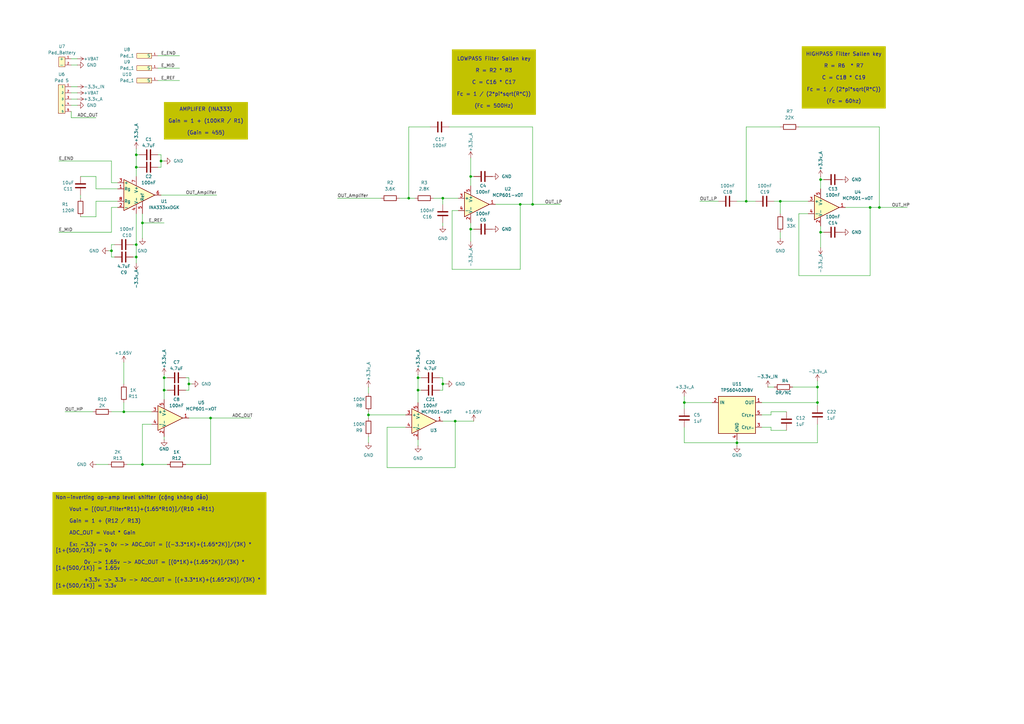
<source format=kicad_sch>
(kicad_sch (version 20231120) (generator "eeschema") (generator_version "8.0")
  (paper "A3")
  (title_block (title "MYOBAND_EMG"))
  (lib_symbols
    (symbol "Amplifier_Instrumentation:INA333xxDGK" (pin_names (offset 0.127))
      (property "Reference" "U" (at 3.81 3.175 0))
      (property "Value" "INA333xxDGK" (at 3.81 -3.175 0))
      (symbol "INA333xxDGK_0_1"
        (polyline (pts (xy 7.62 0) (xy -5.08 6.35) (xy -5.08 -6.35) (xy 7.62 0)) (stroke (width 0.254)) (fill (type background)))
      )
      (symbol "INA333xxDGK_1_1"
        (pin passive line (at -7.62 2.54 0) (length 2.54) (name "Rg") (number "1"))
        (pin input line (at -7.62 -5.08 0) (length 2.54) (name "-") (number "2"))
        (pin input line (at -7.62 5.08 0) (length 2.54) (name "+") (number "3"))
        (pin power_in line (at 0 -7.62 90) (length 3.81) (name "V-") (number "4"))
        (pin input line (at 2.54 -7.62 90) (length 5.08) (name "Ref") (number "5"))
        (pin output line (at 10.16 0 180) (length 2.54) (name "~") (number "6"))
        (pin power_in line (at 0 7.62 270) (length 3.81) (name "V+") (number "7"))
        (pin passive line (at -7.62 -2.54 0) (length 2.54) (name "Rg") (number "8"))
      )
    )
    (symbol "Amplifier_Operational:MCP601-xOT" (pin_names (offset 0.127))
      (property "Reference" "U" (at -1.27 6.35 0))
      (property "Value" "MCP601-xOT" (at -1.27 3.81 0))
      (symbol "MCP601-xOT_0_1"
        (polyline (pts (xy -5.08 5.08) (xy 5.08 0) (xy -5.08 -5.08) (xy -5.08 5.08)) (stroke (width 0.254)) (fill (type background)))
        (pin power_in line (at -2.54 -7.62 90) (length 3.81) (name "V-") (number "2"))
        (pin power_in line (at -2.54 7.62 270) (length 3.81) (name "V+") (number "5"))
      )
      (symbol "MCP601-xOT_1_1"
        (pin output line (at 7.62 0 180) (length 2.54) (name "~") (number "1"))
        (pin input line (at -7.62 2.54 0) (length 2.54) (name "+") (number "3"))
        (pin input line (at -7.62 -2.54 0) (length 2.54) (name "-") (number "4"))
      )
    )
    (symbol "Device:C" (pin_numbers hide) (pin_names (offset 0.254))
      (property "Reference" "C" (at 0.635 2.54 0))
      (property "Value" "C" (at 0.635 -2.54 0))
      (symbol "C_0_1"
        (polyline (pts (xy -2.032 -0.762) (xy 2.032 -0.762)) (stroke (width 0.508)))
        (polyline (pts (xy -2.032 0.762) (xy 2.032 0.762)) (stroke (width 0.508)))
      )
      (symbol "C_1_1"
        (pin passive line (at 0 3.81 270) (length 2.794) (name "~") (number "1"))
        (pin passive line (at 0 -3.81 90) (length 2.794) (name "~") (number "2"))
      )
    )
    (symbol "Device:R" (pin_numbers hide) (pin_names (offset 0))
      (property "Reference" "R" (at 2.032 0 90))
      (property "Value" "R" (at 0 0 90))
      (symbol "R_0_1"
        (rectangle (start -1.016 -2.54) (end 1.016 2.54) (stroke (width 0.254)))
      )
      (symbol "R_1_1"
        (pin passive line (at 0 3.81 270) (length 1.27) (name "~") (number "1"))
        (pin passive line (at 0 -3.81 90) (length 1.27) (name "~") (number "2"))
      )
    )
    (symbol "Pad:Pad_1"
      (property "Reference" "U" (at 0 2.54 0))
      (property "Value" "Pad_1" (at 0.254 -2.286 0))
      (symbol "Pad_1_1_1"
        (rectangle (start -2.286 1.016) (end 3.81 -1.016) (fill (type background)))
        (pin output line (at 6.35 0 180) (length 2.54) (name "S") (number "1"))
      )
    )
    (symbol "Pad:Pad_5"
      (property "Reference" "U" (at 0 7.62 0))
      (property "Value" "Pad 5" (at 0.254 -6.858 0))
      (symbol "Pad_5_1_1"
        (rectangle (start -1.524 5.842) (end 1.27 -5.842) (fill (type background)))
        (pin bidirectional line (at 3.81 5.08 180) (length 2.54) (name "1") (number "1"))
        (pin bidirectional line (at 3.81 2.54 180) (length 2.54) (name "2") (number "2"))
        (pin bidirectional line (at 3.81 0 180) (length 2.54) (name "3") (number "3"))
        (pin bidirectional line (at 3.81 -2.54 180) (length 2.54) (name "4") (number "4"))
        (pin bidirectional line (at 3.81 -5.08 180) (length 2.54) (name "5") (number "5"))
      )
    )
    (symbol "Pad:Pad_Battery"
      (property "Reference" "U" (at 0 3.556 0))
      (property "Value" "Pad_Battery" (at 0.254 -3.556 0))
      (symbol "Pad_Battery_1_1"
        (rectangle (start -1.27 2.032) (end 1.27 -2.032) (fill (type background)))
        (pin input line (at 3.81 1.27 180) (length 2.54) (name "+") (number "1"))
        (pin input line (at 3.81 -1.27 180) (length 2.54) (name "-") (number "2"))
      )
    )
    (symbol "Regulator_SwitchedCapacitor:TPS60402DBV"
      (property "Reference" "U" (at 6.35 8.89 0))
      (property "Value" "TPS60402DBV" (at 7.62 -8.89 0))
      (symbol "TPS60402DBV_1_1"
        (rectangle (start -7.62 7.62) (end 7.62 -7.62) (stroke (width 0.254)) (fill (type background)))
        (pin power_out line (at 10.16 5.08 180) (length 2.54) (name "OUT") (number "1"))
        (pin power_in line (at -10.16 5.08 0) (length 2.54) (name "IN") (number "2"))
        (pin passive line (at 10.16 -5.08 180) (length 2.54) (name "C_{FLY-}") (number "3"))
        (pin power_in line (at 0 -10.16 90) (length 2.54) (name "GND") (number "4"))
        (pin passive line (at 10.16 0 180) (length 2.54) (name "C_{FLY+}") (number "5"))
      )
    )
    (symbol "power:+3V3" (power) (pin_numbers hide) (pin_names (offset 0) hide)
      (property "Value" "+3V3" (at 0 3.556 0))
      (symbol "+3V3_0_1"
        (polyline (pts (xy -0.762 1.27) (xy 0 2.54)))
        (polyline (pts (xy 0 0) (xy 0 2.54)))
        (polyline (pts (xy 0 2.54) (xy 0.762 1.27)))
      )
      (symbol "+3V3_1_1"
        (pin power_in line (at 0 0 90) (length 0) (name "~") (number "1"))
      )
    )
    (symbol "power:GND" (power) (pin_numbers hide) (pin_names (offset 0) hide)
      (property "Value" "GND" (at 0 -3.81 0))
      (symbol "GND_0_1"
        (polyline (pts (xy 0 0) (xy 0 -1.27) (xy 1.27 -1.27) (xy 0 -2.54) (xy -1.27 -1.27) (xy 0 -1.27)))
      )
      (symbol "GND_1_1"
        (pin power_in line (at 0 0 270) (length 0) (name "~") (number "1"))
      )
    )
    (symbol "power:VAA" (power) (pin_numbers hide) (pin_names (offset 0) hide)
      (property "Value" "VAA" (at 0 3.556 0))
      (symbol "VAA_0_1"
        (polyline (pts (xy -0.762 1.27) (xy 0 2.54)))
        (polyline (pts (xy 0 0) (xy 0 2.54)))
        (polyline (pts (xy 0 2.54) (xy 0.762 1.27)))
      )
      (symbol "VAA_1_1"
        (pin power_in line (at 0 0 90) (length 0) (name "~") (number "1"))
      )
    )
    (symbol "power:VBUS" (power) (pin_numbers hide) (pin_names (offset 0) hide)
      (property "Value" "VBUS" (at 0 3.556 0))
      (symbol "VBUS_0_1"
        (polyline (pts (xy -0.762 1.27) (xy 0 2.54)))
        (polyline (pts (xy 0 0) (xy 0 2.54)))
        (polyline (pts (xy 0 2.54) (xy 0.762 1.27)))
      )
      (symbol "VBUS_1_1"
        (pin power_in line (at 0 0 90) (length 0) (name "~") (number "1"))
      )
    )
  )
  (junction (at 306.07 82.55))
  (junction (at 167.64 81.28))
  (junction (at 58.42 190.5))
  (junction (at 55.88 100.33))
  (junction (at 335.28 165.1))
  (junction (at 67.31 154.94))
  (junction (at 335.28 158.75))
  (junction (at 193.04 93.98))
  (junction (at 193.04 72.39))
  (junction (at 67.31 160.02))
  (junction (at 336.55 95.25))
  (junction (at 186.69 172.72))
  (junction (at 86.36 171.45))
  (junction (at 151.13 170.18))
  (junction (at 50.8 168.91))
  (junction (at 181.61 157.48))
  (junction (at 213.36 83.82))
  (junction (at 58.42 91.44))
  (junction (at 55.88 63.5))
  (junction (at 218.44 83.82))
  (junction (at 77.47 157.48))
  (junction (at 181.61 81.28))
  (junction (at 55.88 105.41))
  (junction (at 66.04 66.04))
  (junction (at 171.45 154.94))
  (junction (at 360.68 85.09))
  (junction (at 45.72 102.87))
  (junction (at 55.88 68.58))
  (junction (at 336.55 73.66))
  (junction (at 302.26 181.61))
  (junction (at 320.04 82.55))
  (junction (at 171.45 160.02))
  (junction (at 356.87 85.09))
  (junction (at 280.67 165.1))
  (wire (pts (xy 218.44 83.82) (xy 229.87 83.82)))
  (wire (pts (xy 218.44 52.07) (xy 218.44 83.82)))
  (wire (pts (xy 336.55 73.66) (xy 337.82 73.66)))
  (wire (pts (xy 55.88 87.63) (xy 55.88 100.33)))
  (wire (pts (xy 45.72 105.41) (xy 45.72 102.87)))
  (wire (pts (xy 185.42 110.49) (xy 213.36 110.49)))
  (wire (pts (xy 158.75 191.77) (xy 186.69 191.77)))
  (wire (pts (xy 180.34 154.94) (xy 181.61 154.94)))
  (wire (pts (xy 151.13 179.07) (xy 151.13 181.61)))
  (wire (pts (xy 177.8 81.28) (xy 181.61 81.28)))
  (wire (pts (xy 193.04 93.98) (xy 193.04 99.06)))
  (wire (pts (xy 24.13 95.25) (xy 45.72 95.25)))
  (wire (pts (xy 302.26 181.61) (xy 302.26 182.88)))
  (wire (pts (xy 336.55 72.39) (xy 336.55 73.66)))
  (wire (pts (xy 306.07 52.07) (xy 306.07 82.55)))
  (wire (pts (xy 356.87 85.09) (xy 346.71 85.09)))
  (wire (pts (xy 138.43 81.28) (xy 156.21 81.28)))
  (wire (pts (xy 55.88 68.58) (xy 55.88 72.39)))
  (wire (pts (xy 213.36 110.49) (xy 213.36 83.82)))
  (wire (pts (xy 86.36 190.5) (xy 86.36 171.45)))
  (wire (pts (xy 302.26 82.55) (xy 306.07 82.55)))
  (wire (pts (xy 45.72 85.09) (xy 45.72 95.25)))
  (wire (pts (xy 171.45 154.94) (xy 171.45 160.02)))
  (wire (pts (xy 151.13 158.75) (xy 151.13 161.29)))
  (wire (pts (xy 193.04 64.77) (xy 193.04 72.39)))
  (wire (pts (xy 29.21 35.56) (xy 31.75 35.56)))
  (wire (pts (xy 181.61 81.28) (xy 187.96 81.28)))
  (wire (pts (xy 312.42 170.18) (xy 316.23 170.18)))
  (wire (pts (xy 45.72 74.93) (xy 45.72 66.04)))
  (wire (pts (xy 64.77 27.94) (xy 73.66 27.94)))
  (wire (pts (xy 280.67 165.1) (xy 280.67 167.64)))
  (wire (pts (xy 280.67 165.1) (xy 292.1 165.1)))
  (wire (pts (xy 58.42 190.5) (xy 52.07 190.5)))
  (wire (pts (xy 335.28 156.21) (xy 335.28 158.75)))
  (wire (pts (xy 171.45 160.02) (xy 171.45 165.1)))
  (wire (pts (xy 320.04 95.25) (xy 320.04 97.79)))
  (wire (pts (xy 46.99 100.33) (xy 45.72 100.33)))
  (wire (pts (xy 184.15 52.07) (xy 218.44 52.07)))
  (wire (pts (xy 360.68 52.07) (xy 360.68 85.09)))
  (wire (pts (xy 171.45 154.94) (xy 172.72 154.94)))
  (wire (pts (xy 55.88 63.5) (xy 57.15 63.5)))
  (wire (pts (xy 76.2 190.5) (xy 86.36 190.5)))
  (wire (pts (xy 327.66 87.63) (xy 327.66 113.03)))
  (wire (pts (xy 26.67 168.91) (xy 38.1 168.91)))
  (wire (pts (xy 58.42 91.44) (xy 67.31 91.44)))
  (wire (pts (xy 181.61 154.94) (xy 181.61 157.48)))
  (wire (pts (xy 167.64 81.28) (xy 170.18 81.28)))
  (wire (pts (xy 306.07 82.55) (xy 309.88 82.55)))
  (wire (pts (xy 287.02 82.55) (xy 294.64 82.55)))
  (wire (pts (xy 76.2 160.02) (xy 77.47 160.02)))
  (wire (pts (xy 280.67 181.61) (xy 302.26 181.61)))
  (wire (pts (xy 312.42 175.26) (xy 316.23 175.26)))
  (wire (pts (xy 77.47 160.02) (xy 77.47 157.48)))
  (wire (pts (xy 151.13 168.91) (xy 151.13 170.18)))
  (wire (pts (xy 55.88 105.41) (xy 55.88 107.95)))
  (wire (pts (xy 29.21 24.13) (xy 31.75 24.13)))
  (wire (pts (xy 327.66 52.07) (xy 360.68 52.07)))
  (wire (pts (xy 58.42 173.99) (xy 58.42 190.5)))
  (wire (pts (xy 316.23 168.91) (xy 322.58 168.91)))
  (wire (pts (xy 58.42 173.99) (xy 62.23 173.99)))
  (wire (pts (xy 66.04 80.01) (xy 88.9 80.01)))
  (wire (pts (xy 193.04 91.44) (xy 193.04 93.98)))
  (wire (pts (xy 312.42 165.1) (xy 335.28 165.1)))
  (wire (pts (xy 45.72 102.87) (xy 44.45 102.87)))
  (wire (pts (xy 336.55 95.25) (xy 337.82 95.25)))
  (wire (pts (xy 29.21 38.1) (xy 31.75 38.1)))
  (wire (pts (xy 68.58 190.5) (xy 58.42 190.5)))
  (wire (pts (xy 39.37 82.55) (xy 48.26 82.55)))
  (wire (pts (xy 166.37 175.26) (xy 158.75 175.26)))
  (wire (pts (xy 181.61 91.44) (xy 181.61 92.71)))
  (wire (pts (xy 316.23 176.53) (xy 322.58 176.53)))
  (wire (pts (xy 50.8 168.91) (xy 62.23 168.91)))
  (wire (pts (xy 50.8 148.59) (xy 50.8 157.48)))
  (wire (pts (xy 33.02 88.9) (xy 39.37 88.9)))
  (wire (pts (xy 187.96 86.36) (xy 185.42 86.36)))
  (wire (pts (xy 29.21 48.26) (xy 29.21 45.72)))
  (wire (pts (xy 29.21 26.67) (xy 31.75 26.67)))
  (wire (pts (xy 331.47 87.63) (xy 327.66 87.63)))
  (wire (pts (xy 64.77 63.5) (xy 66.04 63.5)))
  (wire (pts (xy 280.67 175.26) (xy 280.67 181.61)))
  (wire (pts (xy 181.61 160.02) (xy 181.61 157.48)))
  (wire (pts (xy 64.77 22.86) (xy 73.66 22.86)))
  (wire (pts (xy 171.45 153.67) (xy 171.45 154.94)))
  (wire (pts (xy 29.21 43.18) (xy 31.75 43.18)))
  (wire (pts (xy 55.88 105.41) (xy 54.61 105.41)))
  (wire (pts (xy 186.69 191.77) (xy 186.69 172.72)))
  (wire (pts (xy 325.12 158.75) (xy 335.28 158.75)))
  (wire (pts (xy 317.5 158.75) (xy 314.96 158.75)))
  (wire (pts (xy 64.77 33.02) (xy 73.66 33.02)))
  (wire (pts (xy 335.28 173.99) (xy 335.28 181.61)))
  (wire (pts (xy 320.04 82.55) (xy 320.04 87.63)))
  (wire (pts (xy 180.34 160.02) (xy 181.61 160.02)))
  (wire (pts (xy 55.88 68.58) (xy 57.15 68.58)))
  (wire (pts (xy 39.37 72.39) (xy 33.02 72.39)))
  (wire (pts (xy 77.47 157.48) (xy 78.74 157.48)))
  (wire (pts (xy 29.21 40.64) (xy 31.75 40.64)))
  (wire (pts (xy 181.61 157.48) (xy 182.88 157.48)))
  (wire (pts (xy 86.36 171.45) (xy 102.87 171.45)))
  (wire (pts (xy 158.75 175.26) (xy 158.75 191.77)))
  (wire (pts (xy 167.64 52.07) (xy 167.64 81.28)))
  (wire (pts (xy 171.45 180.34) (xy 171.45 182.88)))
  (wire (pts (xy 77.47 154.94) (xy 77.47 157.48)))
  (wire (pts (xy 39.37 88.9) (xy 39.37 82.55)))
  (wire (pts (xy 316.23 175.26) (xy 316.23 176.53)))
  (wire (pts (xy 55.88 63.5) (xy 55.88 68.58)))
  (wire (pts (xy 67.31 160.02) (xy 67.31 163.83)))
  (wire (pts (xy 356.87 113.03) (xy 356.87 85.09)))
  (wire (pts (xy 320.04 52.07) (xy 306.07 52.07)))
  (wire (pts (xy 45.72 100.33) (xy 45.72 102.87)))
  (wire (pts (xy 77.47 171.45) (xy 86.36 171.45)))
  (wire (pts (xy 316.23 170.18) (xy 316.23 168.91)))
  (wire (pts (xy 58.42 91.44) (xy 58.42 97.79)))
  (wire (pts (xy 176.53 52.07) (xy 167.64 52.07)))
  (wire (pts (xy 336.55 95.25) (xy 336.55 101.6)))
  (wire (pts (xy 302.26 181.61) (xy 335.28 181.61)))
  (wire (pts (xy 302.26 180.34) (xy 302.26 181.61)))
  (wire (pts (xy 280.67 162.56) (xy 280.67 165.1)))
  (wire (pts (xy 171.45 160.02) (xy 172.72 160.02)))
  (wire (pts (xy 66.04 66.04) (xy 67.31 66.04)))
  (wire (pts (xy 151.13 170.18) (xy 166.37 170.18)))
  (wire (pts (xy 335.28 166.37) (xy 335.28 165.1)))
  (wire (pts (xy 181.61 83.82) (xy 181.61 81.28)))
  (wire (pts (xy 335.28 158.75) (xy 335.28 165.1)))
  (wire (pts (xy 336.55 92.71) (xy 336.55 95.25)))
  (wire (pts (xy 193.04 72.39) (xy 193.04 76.2)))
  (wire (pts (xy 185.42 86.36) (xy 185.42 110.49)))
  (wire (pts (xy 193.04 93.98) (xy 194.31 93.98)))
  (wire (pts (xy 45.72 168.91) (xy 50.8 168.91)))
  (wire (pts (xy 320.04 82.55) (xy 331.47 82.55)))
  (wire (pts (xy 55.88 100.33) (xy 54.61 100.33)))
  (wire (pts (xy 151.13 170.18) (xy 151.13 171.45)))
  (wire (pts (xy 327.66 113.03) (xy 356.87 113.03)))
  (wire (pts (xy 213.36 83.82) (xy 203.2 83.82)))
  (wire (pts (xy 76.2 154.94) (xy 77.47 154.94)))
  (wire (pts (xy 163.83 81.28) (xy 167.64 81.28)))
  (wire (pts (xy 356.87 85.09) (xy 360.68 85.09)))
  (wire (pts (xy 50.8 168.91) (xy 50.8 165.1)))
  (wire (pts (xy 33.02 80.01) (xy 33.02 81.28)))
  (wire (pts (xy 55.88 60.96) (xy 55.88 63.5)))
  (wire (pts (xy 48.26 77.47) (xy 39.37 77.47)))
  (wire (pts (xy 336.55 73.66) (xy 336.55 77.47)))
  (wire (pts (xy 67.31 179.07) (xy 67.31 180.34)))
  (wire (pts (xy 29.21 48.26) (xy 39.37 48.26)))
  (wire (pts (xy 44.45 190.5) (xy 39.37 190.5)))
  (wire (pts (xy 317.5 82.55) (xy 320.04 82.55)))
  (wire (pts (xy 67.31 154.94) (xy 68.58 154.94)))
  (wire (pts (xy 181.61 172.72) (xy 186.69 172.72)))
  (wire (pts (xy 58.42 87.63) (xy 58.42 91.44)))
  (wire (pts (xy 39.37 77.47) (xy 39.37 72.39)))
  (wire (pts (xy 67.31 160.02) (xy 68.58 160.02)))
  (wire (pts (xy 24.13 66.04) (xy 45.72 66.04)))
  (wire (pts (xy 186.69 172.72) (xy 194.31 172.72)))
  (wire (pts (xy 67.31 153.67) (xy 67.31 154.94)))
  (wire (pts (xy 55.88 105.41) (xy 55.88 100.33)))
  (wire (pts (xy 66.04 63.5) (xy 66.04 66.04)))
  (wire (pts (xy 360.68 85.09) (xy 372.11 85.09)))
  (wire (pts (xy 45.72 74.93) (xy 48.26 74.93)))
  (wire (pts (xy 45.72 85.09) (xy 48.26 85.09)))
  (wire (pts (xy 64.77 68.58) (xy 66.04 68.58)))
  (wire (pts (xy 193.04 72.39) (xy 194.31 72.39)))
  (wire (pts (xy 46.99 105.41) (xy 45.72 105.41)))
  (wire (pts (xy 66.04 68.58) (xy 66.04 66.04)))
  (wire (pts (xy 67.31 154.94) (xy 67.31 160.02)))
  (wire (pts (xy 213.36 83.82) (xy 218.44 83.82)))
  (text_box "HIGHPASS Filter Sallen key \n\nR = R6  * R7 \n\nC = C18 * C19  \n\nFc = 1 / (2*pi*sqrt(R*C))\n\n(Fc = 60hz)\n" (at 328.93 19.05 0) (size 34.29 25.4) (stroke (width 0) (color 194 194 0 1)) (fill (type color) (color 194 194 0 1)) (effects (font (size 1.5 1.5) (thickness 0.1875))))
  (text_box "Non-inverting op-amp level shifter (cộng không đảo)\n\n	Vout = [(OUT_Filter*R11)+(1.65*R10)]/(R10 +R11) \n\n	Gain = 1 + (R12 / R13)\n\n	ADC_OUT = Vout * Gain \n\n	Ex: -3.3v -> 0v -> ADC_OUT = [(-3.3*1K)+(1.65*2K)]/(3K) * [1+(500/1K)] = 0v	\n		   \n		0v -> 1.65v -> ADC_OUT = [(0*1K)+(1.65*2K)]/(3K) * [1+(500/1K)] = 1.65v\n		\n		+3.3v -> 3.3v -> ADC_OUT = [(+3.3*1K)+(1.65*2K)]/(3K) * [1+(500/1K)] = 3.3v" (at 21.59 201.93 0) (size 87.63 41.91) (stroke (width 0) (color 194 194 0 1)) (fill (type color) (color 194 194 0 1)) (effects (font (size 1.5 1.5) (thickness 0.1875)) (justify left top)))
  (text_box "LOWPASS Filter Sallen key \n\nR = R2 * R3 \n\nC = C16 * C17 \n\nFc = 1 / (2*pi*sqrt(R*C))\n\n(Fc = 500Hz)\n" (at 185.42 20.32 0) (size 34.29 26.67) (stroke (width 0) (color 194 194 0 1)) (fill (type color) (color 194 194 0 1)) (effects (font (size 1.5 1.5) (thickness 0.1875))))
  (text_box "AMPLIFER (INA333)\n\nGain = 1 + (100KR / R1)\n\n(Gain = 455)" (at 67.31 41.91 0) (size 34.29 15.24) (stroke (width 0) (color 194 194 0 1)) (fill (type color) (color 194 194 0 1)) (effects (font (size 1.5 1.5) (thickness 0.1875))))
  (label "ADC_OUT" (at 95.25 171.45 0))
  (label "OUT_LP" (at 287.02 82.55 0))
  (label "E_REF" (at 66.04 33.02 0))
  (label "OUT_Amplifer" (at 76.2 80.01 0))
  (label "E_END" (at 66.04 22.86 0))
  (label "OUT_HP" (at 365.76 85.09 0))
  (label "E_REF" (at 60.96 91.44 0))
  (label "OUT_LP" (at 223.52 83.82 0))
  (label "OUT_Amplifer" (at 138.43 81.28 0))
  (label "E_MID" (at 66.04 27.94 0))
  (label "ADC_OUT" (at 31.75 48.26 0))
  (label "OUT_HP" (at 26.67 168.91 0))
  (label "E_MID" (at 24.13 95.25 0))
  (label "E_END" (at 24.13 66.04 0))
  (symbol (lib_id "Device:C") (at 181.61 87.63 180) (unit 1)
    (property "Reference" "C16" (at 175.26 88.9 0))
    (property "Value" "100nF" (at 175.26 86.36 0))
    (property "Footprint" "Capacitor_SMD:C_0402_1005Metric" (effects (hide yes)))
    (property "Description" "Unpolarized capacitor" (effects (hide yes)))
  )
  (symbol (lib_id "power:VAA") (at 31.75 24.13 270) (unit 1)
    (property "Reference" "#PWR035" (effects (hide yes)))
    (property "Value" "+VBAT" (at 34.29 24.13 90) (effects (justify left)))
    (property "Description" "Power symbol creates a global label with name \"VAA\"" (effects (hide yes)))
  )
  (symbol (lib_id "power:GND") (at 320.04 97.79 0) (unit 1)
    (property "Reference" "#PWR019" (effects (hide yes)))
    (property "Value" "GND" (at 320.04 102.87 0))
    (property "Description" "Power symbol creates a global label with name \"GND\" , ground" (effects (hide yes)))
  )
  (symbol (lib_id "Pad:Pad_1") (at 58.42 22.86 0) (unit 1)
    (property "Reference" "U8" (at 52.07 20.32 0))
    (property "Value" "Pad_1" (at 52.07 22.86 0))
    (property "Footprint" "Pad:Pad 1" (effects (hide yes)))
  )
  (symbol (lib_id "Regulator_SwitchedCapacitor:TPS60402DBV") (at 302.26 170.18 0) (unit 1)
    (property "Reference" "U11" (at 302.26 157.48 0))
    (property "Value" "TPS60402DBV" (at 302.26 160.02 0))
    (property "Footprint" "Package_TO_SOT_SMD:SOT-23-5" (effects (hide yes)))
    (property "Datasheet" "https://www.ti.com/lit/ds/symlink/tps60401.pdf" (effects (hide yes)))
    (property "Description" "Unregulated 60-mA Charge Pump Voltage Inverter with Fixed Switching Frequency 50 kHz, SOT-23-5" (effects (hide yes)))
  )
  (symbol (lib_id "Amplifier_Instrumentation:INA333xxDGK") (at 55.88 80.01 0) (unit 1)
    (property "Reference" "U1" (at 67.31 82.55 0))
    (property "Value" "INA333xxDGK" (at 67.31 85.09 0))
    (property "Footprint" "Package_SO:VSSOP-8_3x3mm_P0.65mm" (effects (hide yes)))
    (property "Datasheet" "https://www.ti.com/lit/ds/symlink/ina333.pdf" (effects (hide yes)))
    (property "Description" "Zero Drift, Micropower Instrumentation Amplifier G = 1 + 100kOhm/Rg, VSSOP-8" (effects (hide yes)))
  )
  (symbol (lib_id "Device:R") (at 160.02 81.28 90) (unit 1)
    (property "Reference" "R2" (at 160.02 74.93 90))
    (property "Value" "3.6K" (at 160.02 77.47 90))
    (property "Footprint" "Resistor_SMD:R_0402_1005Metric" (effects (hide yes)))
    (property "Description" "Resistor" (effects (hide yes)))
  )
  (symbol (lib_id "Device:C") (at 298.45 82.55 270) (unit 1)
    (property "Reference" "C18" (at 298.45 78.74 90))
    (property "Value" "100nF" (at 298.45 76.2 90))
    (property "Footprint" "Capacitor_SMD:C_0402_1005Metric" (effects (hide yes)))
    (property "Description" "Unpolarized capacitor" (effects (hide yes)))
  )
  (symbol (lib_id "power:GND") (at 171.45 182.88 0) (unit 1)
    (property "Reference" "#PWR023" (effects (hide yes)))
    (property "Value" "GND" (at 171.45 187.96 0))
    (property "Description" "Power symbol creates a global label with name \"GND\" , ground" (effects (hide yes)))
  )
  (symbol (lib_id "Device:R") (at 48.26 190.5 270) (unit 1)
    (property "Reference" "R13" (at 48.26 187.96 90))
    (property "Value" "2K" (at 48.26 185.42 90))
    (property "Footprint" "Resistor_SMD:R_0402_1005Metric" (effects (hide yes)))
    (property "Description" "Resistor" (effects (hide yes)))
  )
  (symbol (lib_id "power:GND") (at 182.88 157.48 90) (unit 1)
    (property "Reference" "#PWR026" (effects (hide yes)))
    (property "Value" "GND" (at 186.69 157.4799 90) (effects (justify right)))
    (property "Description" "Power symbol creates a global label with name \"GND\" , ground" (effects (hide yes)))
  )
  (symbol (lib_id "Device:C") (at 60.96 68.58 90) (unit 1)
    (property "Reference" "C2" (at 60.96 72.39 90))
    (property "Value" "100nF" (at 60.96 74.93 90))
    (property "Footprint" "Capacitor_SMD:C_0402_1005Metric" (effects (hide yes)))
    (property "Description" "Unpolarized capacitor" (effects (hide yes)))
  )
  (symbol (lib_id "power:+3V3") (at 336.55 101.6 180) (unit 1)
    (property "Reference" "#PWR015" (effects (hide yes)))
    (property "Value" "-3.3v_A" (at 336.55 104.14 90) (effects (justify left)))
    (property "Description" "Power symbol creates a global label with name \"+3V3\"" (effects (hide yes)))
  )
  (symbol (lib_id "Device:C") (at 341.63 73.66 90) (unit 1)
    (property "Reference" "C13" (at 341.63 77.47 90))
    (property "Value" "100nF" (at 341.63 80.01 90))
    (property "Footprint" "Capacitor_SMD:C_0402_1005Metric" (effects (hide yes)))
    (property "Description" "Unpolarized capacitor" (effects (hide yes)))
  )
  (symbol (lib_id "Pad:Pad_1") (at 58.42 33.02 0) (unit 1)
    (property "Reference" "U10" (at 52.07 30.48 0))
    (property "Value" "Pad_1" (at 52.07 33.02 0))
    (property "Footprint" "Pad:Pad 1" (effects (hide yes)))
  )
  (symbol (lib_id "power:+3V3") (at 194.31 172.72 0) (unit 1)
    (property "Reference" "#PWR024" (effects (hide yes)))
    (property "Value" "+1.65V" (at 190.5 168.91 0) (effects (justify left)))
    (property "Description" "Power symbol creates a global label with name \"+3V3\"" (effects (hide yes)))
  )
  (symbol (lib_id "power:GND") (at 78.74 157.48 90) (unit 1)
    (property "Reference" "#PWR021" (effects (hide yes)))
    (property "Value" "GND" (at 82.55 157.4799 90) (effects (justify right)))
    (property "Description" "Power symbol creates a global label with name \"GND\" , ground" (effects (hide yes)))
  )
  (symbol (lib_id "Amplifier_Operational:MCP601-xOT") (at 173.99 172.72 0) (unit 1)
    (property "Reference" "U3" (at 177.8 176.53 0))
    (property "Value" "MCP601-xOT" (at 179.07 168.91 0))
    (property "Footprint" "Package_TO_SOT_SMD:SOT-23-5_HandSoldering" (effects (hide yes)))
    (property "Datasheet" "http://ww1.microchip.com/downloads/en/DeviceDoc/21314g.pdf" (effects (hide yes)))
    (property "Description" "Single 2.7V to 6.0V Single Supply CMOS Op Amps, SOT-23-5" (effects (hide yes)))
  )
  (symbol (lib_id "power:GND") (at 31.75 26.67 90) (unit 1)
    (property "Reference" "#PWR034" (effects (hide yes)))
    (property "Value" "GND" (at 35.56 26.6699 90) (effects (justify right)))
    (property "Description" "Power symbol creates a global label with name \"GND\" , ground" (effects (hide yes)))
  )
  (symbol (lib_id "power:+3V3") (at 193.04 99.06 180) (unit 1)
    (property "Reference" "#PWR07" (effects (hide yes)))
    (property "Value" "-3.3v_A" (at 193.04 101.6 90) (effects (justify left)))
    (property "Description" "Power symbol creates a global label with name \"+3V3\"" (effects (hide yes)))
  )
  (symbol (lib_id "Device:C") (at 280.67 171.45 0) (unit 1)
    (property "Reference" "C5" (at 284.48 170.1799 0) (effects (justify left)))
    (property "Value" "1uF" (at 284.48 172.7199 0) (effects (justify left)))
    (property "Footprint" "Capacitor_SMD:C_0402_1005Metric" (effects (hide yes)))
    (property "Description" "Unpolarized capacitor" (effects (hide yes)))
  )
  (symbol (lib_id "Amplifier_Operational:MCP601-xOT") (at 69.85 171.45 0) (unit 1)
    (property "Reference" "U5" (at 82.55 165.1314 0))
    (property "Value" "MCP601-xOT" (at 82.55 167.6714 0))
    (property "Footprint" "Package_TO_SOT_SMD:SOT-23-5_HandSoldering" (effects (hide yes)))
    (property "Datasheet" "http://ww1.microchip.com/downloads/en/DeviceDoc/21314g.pdf" (effects (hide yes)))
    (property "Description" "Single 2.7V to 6.0V Single Supply CMOS Op Amps, SOT-23-5" (effects (hide yes)))
  )
  (symbol (lib_id "power:+3V3") (at 31.75 35.56 270) (unit 1)
    (property "Reference" "#PWR02" (effects (hide yes)))
    (property "Value" "-3.3v_IN" (at 34.29 35.56 90) (effects (justify left)))
    (property "Description" "Power symbol creates a global label with name \"+3V3\"" (effects (hide yes)))
  )
  (symbol (lib_id "power:+3V3") (at 31.75 40.64 270) (unit 1)
    (property "Reference" "#PWR03" (effects (hide yes)))
    (property "Value" "+3.3v_A" (at 34.29 40.64 90) (effects (justify left)))
    (property "Description" "Power symbol creates a global label with name \"+3V3\"" (effects (hide yes)))
  )
  (symbol (lib_id "Device:R") (at 41.91 168.91 90) (unit 1)
    (property "Reference" "R10" (at 41.91 163.83 90))
    (property "Value" "2K" (at 41.91 166.37 90))
    (property "Footprint" "Resistor_SMD:R_0402_1005Metric" (effects (hide yes)))
    (property "Description" "Resistor" (effects (hide yes)))
  )
  (symbol (lib_id "power:+3V3") (at 314.96 158.75 0) (unit 1)
    (property "Reference" "#PWR036" (effects (hide yes)))
    (property "Value" "-3.3v_IN" (at 310.388 154.432 0) (effects (justify left)))
    (property "Description" "Power symbol creates a global label with name \"+3V3\"" (effects (hide yes)))
  )
  (symbol (lib_id "Device:R") (at 151.13 175.26 180) (unit 1)
    (property "Reference" "R9" (at 147.32 176.53 0))
    (property "Value" "100K" (at 147.32 173.99 0))
    (property "Footprint" "Resistor_SMD:R_0402_1005Metric" (effects (hide yes)))
    (property "Description" "Resistor" (effects (hide yes)))
  )
  (symbol (lib_id "Device:C") (at 50.8 100.33 270) (unit 1)
    (property "Reference" "C10" (at 52.07 96.52 90))
    (property "Value" "100nF" (at 52.07 93.98 90))
    (property "Footprint" "Capacitor_SMD:C_0402_1005Metric" (effects (hide yes)))
    (property "Description" "Unpolarized capacitor" (effects (hide yes)))
  )
  (symbol (lib_id "power:GND") (at 67.31 66.04 90) (unit 1)
    (property "Reference" "#PWR06" (effects (hide yes)))
    (property "Value" "GND" (at 71.12 66.0399 90) (effects (justify right)))
    (property "Description" "Power symbol creates a global label with name \"GND\" , ground" (effects (hide yes)))
  )
  (symbol (lib_id "Device:R") (at 320.04 91.44 180) (unit 1)
    (property "Reference" "R6" (at 322.58 90.1699 0) (effects (justify right)))
    (property "Value" "33K" (at 322.58 92.7099 0) (effects (justify right)))
    (property "Footprint" "Resistor_SMD:R_0402_1005Metric" (effects (hide yes)))
    (property "Description" "Resistor" (effects (hide yes)))
  )
  (symbol (lib_id "power:GND") (at 201.93 72.39 90) (unit 1)
    (property "Reference" "#PWR011" (effects (hide yes)))
    (property "Value" "GND" (at 205.74 72.3899 90) (effects (justify right)))
    (property "Description" "Power symbol creates a global label with name \"GND\" , ground" (effects (hide yes)))
  )
  (symbol (lib_id "power:+3V3") (at 171.45 153.67 0) (unit 1)
    (property "Reference" "#PWR025" (effects (hide yes)))
    (property "Value" "+3.3v_A" (at 171.45 151.13 90) (effects (justify left)))
    (property "Description" "Power symbol creates a global label with name \"+3V3\"" (effects (hide yes)))
  )
  (symbol (lib_id "Device:R") (at 173.99 81.28 90) (unit 1)
    (property "Reference" "R3" (at 173.99 74.93 90))
    (property "Value" "2.8K" (at 173.99 77.47 90))
    (property "Footprint" "Resistor_SMD:R_0402_1005Metric" (effects (hide yes)))
    (property "Description" "Resistor" (effects (hide yes)))
  )
  (symbol (lib_id "power:GND") (at 44.45 102.87 270) (unit 1)
    (property "Reference" "#PWR08" (effects (hide yes)))
    (property "Value" "GND" (at 40.64 102.8701 90) (effects (justify right)))
    (property "Description" "Power symbol creates a global label with name \"GND\" , ground" (effects (hide yes)))
  )
  (symbol (lib_id "power:GND") (at 151.13 181.61 0) (unit 1)
    (property "Reference" "#PWR029" (effects (hide yes)))
    (property "Value" "GND" (at 151.13 186.69 0))
    (property "Description" "Power symbol creates a global label with name \"GND\" , ground" (effects (hide yes)))
  )
  (symbol (lib_id "Device:R") (at 151.13 165.1 180) (unit 1)
    (property "Reference" "R8" (at 147.32 166.37 0))
    (property "Value" "100K" (at 147.32 163.83 0))
    (property "Footprint" "Resistor_SMD:R_0402_1005Metric" (effects (hide yes)))
    (property "Description" "Resistor" (effects (hide yes)))
  )
  (symbol (lib_id "Device:C") (at 50.8 105.41 270) (unit 1)
    (property "Reference" "C9" (at 50.8 111.76 90))
    (property "Value" "4.7uF" (at 50.8 109.22 90))
    (property "Footprint" "Capacitor_SMD:C_0402_1005Metric" (effects (hide yes)))
    (property "Description" "Unpolarized capacitor" (effects (hide yes)))
  )
  (symbol (lib_id "Device:R") (at 33.02 85.09 0) (unit 1)
    (property "Reference" "R1" (at 25.4 83.82 0) (effects (justify left)))
    (property "Value" "120R" (at 25.4 86.36 0) (effects (justify left)))
    (property "Footprint" "Resistor_SMD:R_0402_1005Metric" (effects (hide yes)))
    (property "Description" "Resistor" (effects (hide yes)))
  )
  (symbol (lib_id "power:+3V3") (at 50.8 148.59 0) (unit 1)
    (property "Reference" "#PWR01" (effects (hide yes)))
    (property "Value" "+1.65V" (at 46.99 144.78 0) (effects (justify left)))
    (property "Description" "Power symbol creates a global label with name \"+3V3\"" (effects (hide yes)))
  )
  (symbol (lib_id "power:GND") (at 31.75 43.18 90) (unit 1)
    (property "Reference" "#PWR033" (effects (hide yes)))
    (property "Value" "GND" (at 35.56 43.1799 90) (effects (justify right)))
    (property "Description" "Power symbol creates a global label with name \"GND\" , ground" (effects (hide yes)))
  )
  (symbol (lib_id "power:+3V3") (at 55.88 60.96 0) (unit 1)
    (property "Reference" "#PWR05" (effects (hide yes)))
    (property "Value" "+3.3v_A" (at 55.88 58.42 90) (effects (justify left)))
    (property "Description" "Power symbol creates a global label with name \"+3V3\"" (effects (hide yes)))
  )
  (symbol (lib_id "Device:R") (at 323.85 52.07 270) (unit 1)
    (property "Reference" "R7" (at 323.85 45.72 90))
    (property "Value" "22K" (at 323.85 48.26 90))
    (property "Footprint" "Resistor_SMD:R_0402_1005Metric" (effects (hide yes)))
    (property "Description" "Resistor" (effects (hide yes)))
  )
  (symbol (lib_id "power:GND") (at 39.37 190.5 270) (unit 1)
    (property "Reference" "#PWR027" (effects (hide yes)))
    (property "Value" "GND" (at 35.56 190.5001 90) (effects (justify right)))
    (property "Description" "Power symbol creates a global label with name \"GND\" , ground" (effects (hide yes)))
  )
  (symbol (lib_id "Device:C") (at 198.12 72.39 90) (unit 1)
    (property "Reference" "C4" (at 198.12 76.2 90))
    (property "Value" "100nF" (at 198.12 78.74 90))
    (property "Footprint" "Capacitor_SMD:C_0402_1005Metric" (effects (hide yes)))
    (property "Description" "Unpolarized capacitor" (effects (hide yes)))
  )
  (symbol (lib_id "power:GND") (at 181.61 92.71 0) (unit 1)
    (property "Reference" "#PWR018" (effects (hide yes)))
    (property "Value" "GND" (at 181.61 97.79 0))
    (property "Description" "Power symbol creates a global label with name \"GND\" , ground" (effects (hide yes)))
  )
  (symbol (lib_id "power:+3V3") (at 67.31 153.67 0) (unit 1)
    (property "Reference" "#PWR020" (effects (hide yes)))
    (property "Value" "+3.3v_A" (at 67.31 151.13 90) (effects (justify left)))
    (property "Description" "Power symbol creates a global label with name \"+3V3\"" (effects (hide yes)))
  )
  (symbol (lib_id "Device:R") (at 72.39 190.5 270) (unit 1)
    (property "Reference" "R12" (at 72.39 187.96 90))
    (property "Value" "1K" (at 72.39 185.42 90))
    (property "Footprint" "Resistor_SMD:R_0402_1005Metric" (effects (hide yes)))
    (property "Description" "Resistor" (effects (hide yes)))
  )
  (symbol (lib_id "power:GND") (at 67.31 180.34 0) (unit 1)
    (property "Reference" "#PWR022" (effects (hide yes)))
    (property "Value" "GND" (at 67.31 184.15 0))
    (property "Description" "Power symbol creates a global label with name \"GND\" , ground" (effects (hide yes)))
  )
  (symbol (lib_id "power:GND") (at 345.44 95.25 90) (unit 1)
    (property "Reference" "#PWR017" (effects (hide yes)))
    (property "Value" "GND" (at 349.25 95.2499 90) (effects (justify right)))
    (property "Description" "Power symbol creates a global label with name \"GND\" , ground" (effects (hide yes)))
  )
  (symbol (lib_id "Device:C") (at 33.02 76.2 180) (unit 1)
    (property "Reference" "C11" (at 27.94 77.47 0))
    (property "Value" "10uF" (at 27.94 74.93 0))
    (property "Footprint" "Capacitor_SMD:C_0603_1608Metric" (effects (hide yes)))
    (property "Description" "Unpolarized capacitor" (effects (hide yes)))
  )
  (symbol (lib_id "power:GND") (at 345.44 73.66 90) (unit 1)
    (property "Reference" "#PWR016" (effects (hide yes)))
    (property "Value" "GND" (at 349.25 73.6599 90) (effects (justify right)))
    (property "Description" "Power symbol creates a global label with name \"GND\" , ground" (effects (hide yes)))
  )
  (symbol (lib_id "power:+3V3") (at 336.55 72.39 0) (unit 1)
    (property "Reference" "#PWR014" (effects (hide yes)))
    (property "Value" "+3.3v_A" (at 336.55 69.85 90) (effects (justify left)))
    (property "Description" "Power symbol creates a global label with name \"+3V3\"" (effects (hide yes)))
  )
  (symbol (lib_id "Device:C") (at 313.69 82.55 270) (unit 1)
    (property "Reference" "C19" (at 313.69 78.74 90))
    (property "Value" "100nF" (at 313.69 76.2 90))
    (property "Footprint" "Capacitor_SMD:C_0402_1005Metric" (effects (hide yes)))
    (property "Description" "Unpolarized capacitor" (effects (hide yes)))
  )
  (symbol (lib_id "power:+3V3") (at 151.13 158.75 0) (unit 1)
    (property "Reference" "#PWR028" (effects (hide yes)))
    (property "Value" "+3.3v_A" (at 151.13 156.21 90) (effects (justify left)))
    (property "Description" "Power symbol creates a global label with name \"+3V3\"" (effects (hide yes)))
  )
  (symbol (lib_id "Device:C") (at 72.39 154.94 90) (unit 1)
    (property "Reference" "C7" (at 72.39 148.59 90))
    (property "Value" "4.7uF" (at 72.39 151.13 90))
    (property "Footprint" "Capacitor_SMD:C_0402_1005Metric" (effects (hide yes)))
    (property "Description" "Unpolarized capacitor" (effects (hide yes)))
  )
  (symbol (lib_id "power:VBUS") (at 335.28 156.21 0) (unit 1)
    (property "Reference" "#PWR032" (effects (hide yes)))
    (property "Value" "-3.3v_A" (at 331.47 152.4 0) (effects (justify left)))
    (property "Description" "Power symbol creates a global label with name \"VBUS\"" (effects (hide yes)))
  )
  (symbol (lib_id "power:GND") (at 302.26 182.88 0) (unit 1)
    (property "Reference" "#PWR031" (effects (hide yes)))
    (property "Value" "GND" (at 302.26 186.69 0))
    (property "Description" "Power symbol creates a global label with name \"GND\" , ground" (effects (hide yes)))
  )
  (symbol (lib_id "Device:C") (at 176.53 154.94 90) (unit 1)
    (property "Reference" "C20" (at 176.53 148.59 90))
    (property "Value" "4.7uF" (at 176.53 151.13 90))
    (property "Footprint" "Capacitor_SMD:C_0402_1005Metric" (effects (hide yes)))
    (property "Description" "Unpolarized capacitor" (effects (hide yes)))
  )
  (symbol (lib_id "Device:R") (at 50.8 161.29 180) (unit 1)
    (property "Reference" "R11" (at 54.61 162.56 0))
    (property "Value" "1K" (at 54.61 160.02 0))
    (property "Footprint" "Resistor_SMD:R_0402_1005Metric" (effects (hide yes)))
    (property "Description" "Resistor" (effects (hide yes)))
  )
  (symbol (lib_id "Device:C") (at 335.28 170.18 0) (unit 1)
    (property "Reference" "C22" (at 339.09 168.9099 0) (effects (justify left)))
    (property "Value" "1uF" (at 339.09 171.4499 0) (effects (justify left)))
    (property "Footprint" "Capacitor_SMD:C_0402_1005Metric" (effects (hide yes)))
    (property "Description" "Unpolarized capacitor" (effects (hide yes)))
  )
  (symbol (lib_id "power:VAA") (at 31.75 38.1 270) (unit 1)
    (property "Reference" "#PWR04" (effects (hide yes)))
    (property "Value" "+VBAT" (at 34.29 38.1 90) (effects (justify left)))
    (property "Description" "Power symbol creates a global label with name \"VAA\"" (effects (hide yes)))
  )
  (symbol (lib_id "Pad:Pad_Battery") (at 25.4 25.4 0) (unit 1)
    (property "Reference" "U7" (at 25.4 19.05 0))
    (property "Value" "Pad_Battery" (at 25.4 21.59 0))
    (property "Footprint" "Pad:Pad Battery" (effects (hide yes)))
  )
  (symbol (lib_id "power:+3V3") (at 55.88 107.95 180) (unit 1)
    (property "Reference" "#PWR012" (effects (hide yes)))
    (property "Value" "-3.3v_A" (at 55.88 110.49 90) (effects (justify left)))
    (property "Description" "Power symbol creates a global label with name \"+3V3\"" (effects (hide yes)))
  )
  (symbol (lib_id "power:VBUS") (at 280.67 162.56 0) (unit 1)
    (property "Reference" "#PWR030" (effects (hide yes)))
    (property "Value" "+3.3v_A" (at 276.86 158.75 0) (effects (justify left)))
    (property "Description" "Power symbol creates a global label with name \"VBUS\"" (effects (hide yes)))
  )
  (symbol (lib_id "power:GND") (at 58.42 97.79 0) (unit 1)
    (property "Reference" "#PWR09" (effects (hide yes)))
    (property "Value" "GND" (at 58.42 102.87 0))
    (property "Description" "Power symbol creates a global label with name \"GND\" , ground" (effects (hide yes)))
  )
  (symbol (lib_id "Amplifier_Operational:MCP601-xOT") (at 195.58 83.82 0) (unit 1)
    (property "Reference" "U2" (at 208.28 77.5014 0))
    (property "Value" "MCP601-xOT" (at 208.28 80.0414 0))
    (property "Footprint" "Package_TO_SOT_SMD:SOT-23-5_HandSoldering" (effects (hide yes)))
    (property "Datasheet" "http://ww1.microchip.com/downloads/en/DeviceDoc/21314g.pdf" (effects (hide yes)))
    (property "Description" "Single 2.7V to 6.0V Single Supply CMOS Op Amps, SOT-23-5" (effects (hide yes)))
  )
  (symbol (lib_id "Device:C") (at 322.58 172.72 0) (unit 1)
    (property "Reference" "C12" (at 326.39 171.4499 0) (effects (justify left)))
    (property "Value" "1uF" (at 326.39 173.9899 0) (effects (justify left)))
    (property "Footprint" "Capacitor_SMD:C_0402_1005Metric" (effects (hide yes)))
    (property "Description" "Unpolarized capacitor" (effects (hide yes)))
  )
  (symbol (lib_id "power:+3V3") (at 193.04 64.77 0) (unit 1)
    (property "Reference" "#PWR010" (effects (hide yes)))
    (property "Value" "+3.3v_A" (at 193.04 62.23 90) (effects (justify left)))
    (property "Description" "Power symbol creates a global label with name \"+3V3\"" (effects (hide yes)))
  )
  (symbol (lib_id "Amplifier_Operational:MCP601-xOT") (at 339.09 85.09 0) (unit 1)
    (property "Reference" "U4" (at 351.79 78.7714 0))
    (property "Value" "MCP601-xOT" (at 351.79 81.3114 0))
    (property "Footprint" "Package_TO_SOT_SMD:SOT-23-5_HandSoldering" (effects (hide yes)))
    (property "Datasheet" "http://ww1.microchip.com/downloads/en/DeviceDoc/21314g.pdf" (effects (hide yes)))
    (property "Description" "Single 2.7V to 6.0V Single Supply CMOS Op Amps, SOT-23-5" (effects (hide yes)))
  )
  (symbol (lib_id "Pad:Pad_1") (at 58.42 27.94 0) (unit 1)
    (property "Reference" "U9" (at 52.07 25.4 0))
    (property "Value" "Pad_1" (at 52.07 27.94 0))
    (property "Footprint" "Pad:Pad 1" (effects (hide yes)))
  )
  (symbol (lib_id "Device:C") (at 176.53 160.02 90) (unit 1)
    (property "Reference" "C21" (at 176.53 163.83 90))
    (property "Value" "100nF" (at 176.53 166.37 90))
    (property "Footprint" "Capacitor_SMD:C_0402_1005Metric" (effects (hide yes)))
    (property "Description" "Unpolarized capacitor" (effects (hide yes)))
  )
  (symbol (lib_id "Device:C") (at 72.39 160.02 90) (unit 1)
    (property "Reference" "C8" (at 72.39 163.83 90))
    (property "Value" "100nF" (at 72.39 166.37 90))
    (property "Footprint" "Capacitor_SMD:C_0402_1005Metric" (effects (hide yes)))
    (property "Description" "Unpolarized capacitor" (effects (hide yes)))
  )
  (symbol (lib_id "Device:C") (at 341.63 95.25 270) (unit 1)
    (property "Reference" "C14" (at 341.63 91.44 90))
    (property "Value" "100nF" (at 341.63 88.9 90))
    (property "Footprint" "Capacitor_SMD:C_0402_1005Metric" (effects (hide yes)))
    (property "Description" "Unpolarized capacitor" (effects (hide yes)))
  )
  (symbol (lib_id "power:GND") (at 201.93 93.98 90) (unit 1)
    (property "Reference" "#PWR013" (effects (hide yes)))
    (property "Value" "GND" (at 205.74 93.9799 90) (effects (justify right)))
    (property "Description" "Power symbol creates a global label with name \"GND\" , ground" (effects (hide yes)))
  )
  (symbol (lib_id "Device:C") (at 180.34 52.07 270) (unit 1)
    (property "Reference" "C17" (at 180.34 57.15 90))
    (property "Value" "100nF" (at 180.34 59.69 90))
    (property "Footprint" "Capacitor_SMD:C_0402_1005Metric" (effects (hide yes)))
    (property "Description" "Unpolarized capacitor" (effects (hide yes)))
  )
  (symbol (lib_id "Device:R") (at 321.31 158.75 90) (unit 1)
    (property "Reference" "R4" (at 322.072 156.21 90))
    (property "Value" "0R/NC" (at 321.31 161.036 90))
    (property "Footprint" "Resistor_SMD:R_0402_1005Metric" (effects (hide yes)))
    (property "Description" "Resistor" (effects (hide yes)))
  )
  (symbol (lib_id "Pad:Pad_5") (at 25.4 40.64 0) (unit 1)
    (property "Reference" "U6" (at 25.273 30.48 0))
    (property "Value" "Pad 5" (at 25.273 33.02 0))
    (property "Footprint" "Pad:Pad 5" (effects (hide yes)))
  )
  (symbol (lib_id "Device:C") (at 60.96 63.5 90) (unit 1)
    (property "Reference" "C1" (at 60.96 57.15 90))
    (property "Value" "4.7uF" (at 60.96 59.69 90))
    (property "Footprint" "Capacitor_SMD:C_0402_1005Metric" (effects (hide yes)))
    (property "Description" "Unpolarized capacitor" (effects (hide yes)))
  )
  (symbol (lib_id "Device:C") (at 198.12 93.98 270) (unit 1)
    (property "Reference" "C6" (at 198.12 90.17 90))
    (property "Value" "100nF" (at 198.12 87.63 90))
    (property "Footprint" "Capacitor_SMD:C_0402_1005Metric" (effects (hide yes)))
    (property "Description" "Unpolarized capacitor" (effects (hide yes)))
  )
)
</source>
